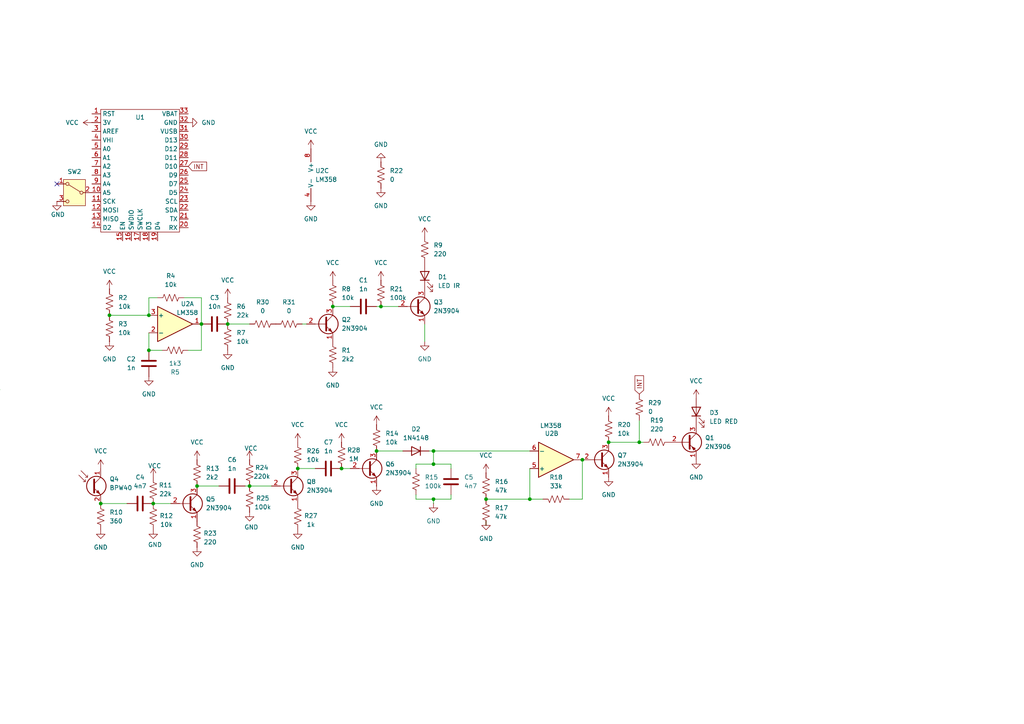
<source format=kicad_sch>
(kicad_sch (version 20250114) (generator "eeschema") (generator_version "9.0")
  (paper "A4")
  (lib_symbols
    (symbol "Amplifier_Operational:LM358" (pin_names (offset 0.127))
      (property "Reference" "U" (at 0 5.08 0))
      (property "Value" "LM358" (at 0 -5.08 0))
      (symbol "LM358_1_1"
        (polyline (pts (xy -5.08 5.08) (xy 5.08 0) (xy -5.08 -5.08) (xy -5.08 5.08)) (stroke (width 0.254)) (fill (type background)))
        (pin input line (at -7.62 2.54 0) (length 2.54) (name "+") (number "3"))
        (pin input line (at -7.62 -2.54 0) (length 2.54) (name "-") (number "2"))
        (pin output line (at 7.62 0 180) (length 2.54) (name "~") (number "1"))
      )
      (symbol "LM358_2_1"
        (polyline (pts (xy -5.08 5.08) (xy 5.08 0) (xy -5.08 -5.08) (xy -5.08 5.08)) (stroke (width 0.254)) (fill (type background)))
        (pin input line (at -7.62 2.54 0) (length 2.54) (name "+") (number "5"))
        (pin input line (at -7.62 -2.54 0) (length 2.54) (name "-") (number "6"))
        (pin output line (at 7.62 0 180) (length 2.54) (name "~") (number "7"))
      )
      (symbol "LM358_3_1"
        (pin power_in line (at -2.54 7.62 270) (length 3.81) (name "V+") (number "8"))
        (pin power_in line (at -2.54 -7.62 90) (length 3.81) (name "V-") (number "4"))
      )
    )
    (symbol "Device:C" (pin_numbers (hide yes)) (pin_names (offset 0.254))
      (property "Reference" "C" (at 0.635 2.54 0))
      (property "Value" "C" (at 0.635 -2.54 0))
      (symbol "C_0_1"
        (polyline (pts (xy -2.032 0.762) (xy 2.032 0.762)) (stroke (width 0.508)))
        (polyline (pts (xy -2.032 -0.762) (xy 2.032 -0.762)) (stroke (width 0.508)))
      )
      (symbol "C_1_1"
        (pin passive line (at 0 3.81 270) (length 2.794) (name "~") (number "1"))
        (pin passive line (at 0 -3.81 90) (length 2.794) (name "~") (number "2"))
      )
    )
    (symbol "Device:LED" (pin_numbers (hide yes)) (pin_names (offset 1.016) (hide yes))
      (property "Reference" "D" (at 0 2.54 0))
      (property "Value" "LED" (at 0 -2.54 0))
      (symbol "LED_0_1"
        (polyline (pts (xy -3.048 -0.762) (xy -4.572 -2.286) (xy -3.81 -2.286) (xy -4.572 -2.286) (xy -4.572 -1.524)))
        (polyline (pts (xy -1.778 -0.762) (xy -3.302 -2.286) (xy -2.54 -2.286) (xy -3.302 -2.286) (xy -3.302 -1.524)))
        (polyline (pts (xy -1.27 0) (xy 1.27 0)))
        (polyline (pts (xy -1.27 -1.27) (xy -1.27 1.27)) (stroke (width 0.254)))
        (polyline (pts (xy 1.27 -1.27) (xy 1.27 1.27) (xy -1.27 0) (xy 1.27 -1.27)) (stroke (width 0.254)))
      )
      (symbol "LED_1_1"
        (pin passive line (at -3.81 0 0) (length 2.54) (name "K") (number "1"))
        (pin passive line (at 3.81 0 180) (length 2.54) (name "A") (number "2"))
      )
    )
    (symbol "Device:R_US" (pin_numbers (hide yes)) (pin_names (offset 0))
      (property "Reference" "R" (at 2.54 0 90))
      (property "Value" "R_US" (at -2.54 0 90))
      (symbol "R_US_0_1"
        (polyline (pts (xy 0 2.286) (xy 0 2.54)))
        (polyline (pts (xy 0 2.286) (xy 1.016 1.905) (xy 0 1.524) (xy -1.016 1.143) (xy 0 0.762)))
        (polyline (pts (xy 0 0.762) (xy 1.016 0.381) (xy 0 0) (xy -1.016 -0.381) (xy 0 -0.762)))
        (polyline (pts (xy 0 -0.762) (xy 1.016 -1.143) (xy 0 -1.524) (xy -1.016 -1.905) (xy 0 -2.286)))
        (polyline (pts (xy 0 -2.286) (xy 0 -2.54)))
      )
      (symbol "R_US_1_1"
        (pin passive line (at 0 3.81 270) (length 1.27) (name "~") (number "1"))
        (pin passive line (at 0 -3.81 90) (length 1.27) (name "~") (number "2"))
      )
    )
    (symbol "Diode:1N4148" (pin_numbers (hide yes)) (pin_names (hide yes))
      (property "Reference" "D" (at 0 2.54 0))
      (property "Value" "1N4148" (at 0 -2.54 0))
      (symbol "1N4148_0_1"
        (polyline (pts (xy -1.27 1.27) (xy -1.27 -1.27)) (stroke (width 0.254)))
        (polyline (pts (xy 1.27 1.27) (xy 1.27 -1.27) (xy -1.27 0) (xy 1.27 1.27)) (stroke (width 0.254)))
        (polyline (pts (xy 1.27 0) (xy -1.27 0)))
      )
      (symbol "1N4148_1_1"
        (pin passive line (at -3.81 0 0) (length 2.54) (name "K") (number "1"))
        (pin passive line (at 3.81 0 180) (length 2.54) (name "A") (number "2"))
      )
    )
    (symbol "Sensor_Optical:BPW40" (pin_names (offset 0) (hide yes))
      (property "Reference" "Q" (at 5.08 1.27 0))
      (property "Value" "BPW40" (at 5.08 -1.27 0))
      (symbol "BPW40_0_1"
        (polyline (pts (xy -3.81 3.175) (xy -1.905 1.27) (xy -1.905 1.905)))
        (polyline (pts (xy -3.175 4.445) (xy -1.27 2.54) (xy -1.27 3.175)))
        (polyline (pts (xy -1.905 1.27) (xy -2.54 1.27)))
        (polyline (pts (xy -1.27 2.54) (xy -1.905 2.54)))
        (polyline (pts (xy 0.635 1.905) (xy 0.635 -1.905)) (stroke (width 0.508)))
        (polyline (pts (xy 0.635 0.635) (xy 2.54 2.54)))
        (polyline (pts (xy 0.635 -0.635) (xy 2.54 -2.54)))
        (circle (center 1.27 0) (radius 2.8194) (stroke (width 0.254)))
        (polyline (pts (xy 1.27 -1.778) (xy 1.778 -1.27) (xy 2.286 -2.286) (xy 1.27 -1.778)) (fill (type outline)))
      )
      (symbol "BPW40_1_1"
        (pin passive line (at 2.54 5.08 270) (length 2.54) (name "C") (number "1"))
        (pin passive line (at 2.54 -5.08 90) (length 2.54) (name "E") (number "2"))
      )
    )
    (symbol "Switch:SW_SPDT" (pin_names (offset 0) (hide yes))
      (property "Reference" "SW" (at 0 5.08 0))
      (property "Value" "SW_SPDT" (at 0 -5.08 0))
      (symbol "SW_SPDT_0_1"
        (circle (center -2.032 0) (radius 0.4572))
        (polyline (pts (xy -1.651 0.254) (xy 1.651 2.286)))
        (circle (center 2.032 2.54) (radius 0.4572))
        (circle (center 2.032 -2.54) (radius 0.4572))
      )
      (symbol "SW_SPDT_1_1"
        (rectangle (start -3.175 3.81) (end 3.175 -3.81) (fill (type background)))
        (pin passive line (at -5.08 0 0) (length 2.54) (name "B") (number "2"))
        (pin passive line (at 5.08 2.54 180) (length 2.54) (name "A") (number "1"))
        (pin passive line (at 5.08 -2.54 180) (length 2.54) (name "C") (number "3"))
      )
    )
    (symbol "Transistor_BJT:2N3904" (pin_names (offset 0) (hide yes))
      (property "Reference" "Q" (at 5.08 1.905 0))
      (property "Value" "2N3904" (at 5.08 0 0))
      (symbol "2N3904_0_1"
        (polyline (pts (xy -2.54 0) (xy 0.635 0)))
        (polyline (pts (xy 0.635 1.905) (xy 0.635 -1.905)) (stroke (width 0.508)))
        (circle (center 1.27 0) (radius 2.8194) (stroke (width 0.254)))
      )
      (symbol "2N3904_1_1"
        (polyline (pts (xy 0.635 0.635) (xy 2.54 2.54)))
        (polyline (pts (xy 0.635 -0.635) (xy 2.54 -2.54)))
        (polyline (pts (xy 1.27 -1.778) (xy 1.778 -1.27) (xy 2.286 -2.286) (xy 1.27 -1.778)) (fill (type outline)))
        (pin input line (at -5.08 0 0) (length 2.54) (name "B") (number "2"))
        (pin passive line (at 2.54 5.08 270) (length 2.54) (name "C") (number "3"))
        (pin passive line (at 2.54 -5.08 90) (length 2.54) (name "E") (number "1"))
      )
    )
    (symbol "Transistor_BJT:2N3906" (pin_names (offset 0) (hide yes))
      (property "Reference" "Q" (at 5.08 1.905 0))
      (property "Value" "2N3906" (at 5.08 0 0))
      (symbol "2N3906_0_1"
        (polyline (pts (xy -2.54 0) (xy 0.635 0)))
        (polyline (pts (xy 0.635 1.905) (xy 0.635 -1.905)) (stroke (width 0.508)))
        (polyline (pts (xy 0.635 0.635) (xy 2.54 2.54)))
        (polyline (pts (xy 0.635 -0.635) (xy 2.54 -2.54)))
        (circle (center 1.27 0) (radius 2.8194) (stroke (width 0.254)))
        (polyline (pts (xy 2.286 -1.778) (xy 1.778 -2.286) (xy 1.27 -1.27) (xy 2.286 -1.778)) (fill (type outline)))
      )
      (symbol "2N3906_1_1"
        (pin input line (at -5.08 0 0) (length 2.54) (name "B") (number "2"))
        (pin passive line (at 2.54 5.08 270) (length 2.54) (name "C") (number "3"))
        (pin passive line (at 2.54 -5.08 90) (length 2.54) (name "E") (number "1"))
      )
    )
    (symbol "User:AdafruitItsyBitsyM0"
      (property "Reference" "U" (at 0 0 0))
      (symbol "AdafruitItsyBitsyM0_0_1"
        (rectangle (start -11.43 16.51) (end 11.43 -19.05))
      )
      (symbol "AdafruitItsyBitsyM0_1_1"
        (pin input line (at -13.97 15.24 0) (length 2.54) (name "RST") (number "1"))
        (pin input line (at -13.97 12.7 0) (length 2.54) (name "3V") (number "2"))
        (pin input line (at -13.97 10.16 0) (length 2.54) (name "AREF") (number "3"))
        (pin input line (at -13.97 7.62 0) (length 2.54) (name "VHI") (number "4"))
        (pin input line (at -13.97 5.08 0) (length 2.54) (name "A0") (number "5"))
        (pin input line (at -13.97 2.54 0) (length 2.54) (name "A1") (number "6"))
        (pin input line (at -13.97 0 0) (length 2.54) (name "A2") (number "7"))
        (pin input line (at -13.97 -2.54 0) (length 2.54) (name "A3") (number "8"))
        (pin input line (at -13.97 -5.08 0) (length 2.54) (name "A4") (number "9"))
        (pin input line (at -13.97 -7.62 0) (length 2.54) (name "A5") (number "10"))
        (pin input line (at -13.97 -10.16 0) (length 2.54) (name "SCK") (number "11"))
        (pin input line (at -13.97 -12.7 0) (length 2.54) (name "MOSI") (number "12"))
        (pin input line (at -13.97 -15.24 0) (length 2.54) (name "MISO") (number "13"))
        (pin input line (at -13.97 -17.78 0) (length 2.54) (name "D2") (number "14"))
        (pin input line (at -5.08 -21.59 90) (length 2.54) (name "EN") (number "15"))
        (pin input line (at -2.54 -21.59 90) (length 2.54) (name "SWDIO") (number "16"))
        (pin input line (at 0 -21.59 90) (length 2.54) (name "SWCLK") (number "17"))
        (pin input line (at 2.54 -21.59 90) (length 2.54) (name "D3") (number "18"))
        (pin input line (at 5.08 -21.59 90) (length 2.54) (name "D4") (number "19"))
        (pin input line (at 13.97 15.24 180) (length 2.54) (name "VBAT") (number "33"))
        (pin input line (at 13.97 12.7 180) (length 2.54) (name "GND") (number "32"))
        (pin input line (at 13.97 10.16 180) (length 2.54) (name "VUSB") (number "31"))
        (pin input line (at 13.97 7.62 180) (length 2.54) (name "D13") (number "30"))
        (pin input line (at 13.97 5.08 180) (length 2.54) (name "D12") (number "29"))
        (pin input line (at 13.97 2.54 180) (length 2.54) (name "D11") (number "28"))
        (pin input line (at 13.97 0 180) (length 2.54) (name "D10") (number "27"))
        (pin input line (at 13.97 -2.54 180) (length 2.54) (name "D9") (number "26"))
        (pin input line (at 13.97 -5.08 180) (length 2.54) (name "D7") (number "25"))
        (pin input line (at 13.97 -7.62 180) (length 2.54) (name "D5") (number "24"))
        (pin input line (at 13.97 -10.16 180) (length 2.54) (name "SCL") (number "23"))
        (pin input line (at 13.97 -12.7 180) (length 2.54) (name "SDA") (number "22"))
        (pin input line (at 13.97 -15.24 180) (length 2.54) (name "TX") (number "21"))
        (pin input line (at 13.97 -17.78 180) (length 2.54) (name "RX") (number "20"))
      )
    )
    (symbol "power:GND" (power) (pin_numbers (hide yes)) (pin_names (offset 0) (hide yes))
      (property "Value" "GND" (at 0 -3.81 0))
      (symbol "GND_0_1"
        (polyline (pts (xy 0 0) (xy 0 -1.27) (xy 1.27 -1.27) (xy 0 -2.54) (xy -1.27 -1.27) (xy 0 -1.27)))
      )
      (symbol "GND_1_1"
        (pin power_in line (at 0 0 270) (length 0) (name "~") (number "1"))
      )
    )
    (symbol "power:VCC" (power) (pin_numbers (hide yes)) (pin_names (offset 0) (hide yes))
      (property "Value" "VCC" (at 0 3.556 0))
      (symbol "VCC_0_1"
        (polyline (pts (xy -0.762 1.27) (xy 0 2.54)))
        (polyline (pts (xy 0 2.54) (xy 0.762 1.27)))
        (polyline (pts (xy 0 0) (xy 0 2.54)))
      )
      (symbol "VCC_1_1"
        (pin power_in line (at 0 0 90) (length 0) (name "~") (number "1"))
      )
    )
  )
  (junction (at 109.22 130.81))
  (junction (at 31.75 91.44))
  (junction (at 185.42 128.27))
  (junction (at 29.21 146.05))
  (junction (at 43.18 101.6))
  (junction (at 43.18 91.44))
  (junction (at 110.49 88.9))
  (junction (at 58.42 93.98))
  (junction (at 176.53 128.27))
  (junction (at 99.06 135.89))
  (junction (at 125.73 134.62))
  (junction (at 72.39 140.97))
  (junction (at 57.15 140.97))
  (junction (at 125.73 130.81))
  (junction (at 153.67 144.78))
  (junction (at 168.91 133.35))
  (junction (at 125.73 144.78))
  (junction (at 86.36 135.89))
  (junction (at 96.52 88.9))
  (junction (at 44.45 146.05))
  (junction (at 140.97 144.78))
  (junction (at 66.04 93.98))
  (no_connect (at 16.51 53.34))
  (bus_entry (at -2.54 110.49) (size 2.54 2.54))
  (wire (pts (xy 43.18 96.52) (xy 43.18 101.6)))
  (wire (pts (xy 176.53 128.27) (xy 185.42 128.27)))
  (wire (pts (xy 87.63 93.98) (xy 88.9 93.98)))
  (wire (pts (xy 185.42 121.92) (xy 185.42 128.27)))
  (wire (pts (xy 120.65 144.78) (xy 125.73 144.78)))
  (wire (pts (xy 36.83 146.05) (xy 29.21 146.05)))
  (wire (pts (xy 153.67 135.89) (xy 153.67 144.78)))
  (wire (pts (xy 99.06 135.89) (xy 101.6 135.89)))
  (wire (pts (xy 110.49 88.9) (xy 115.57 88.9)))
  (wire (pts (xy 91.44 135.89) (xy 86.36 135.89)))
  (wire (pts (xy 120.65 134.62) (xy 125.73 134.62)))
  (wire (pts (xy 168.91 133.35) (xy 168.91 144.78)))
  (wire (pts (xy 120.65 135.89) (xy 120.65 134.62)))
  (wire (pts (xy 153.67 144.78) (xy 157.48 144.78)))
  (wire (pts (xy 71.12 140.97) (xy 72.39 140.97)))
  (wire (pts (xy 66.04 93.98) (xy 72.39 93.98)))
  (wire (pts (xy 45.72 86.36) (xy 43.18 86.36)))
  (wire (pts (xy 120.65 143.51) (xy 120.65 144.78)))
  (wire (pts (xy 57.15 140.97) (xy 63.5 140.97)))
  (wire (pts (xy 58.42 86.36) (xy 58.42 93.98)))
  (wire (pts (xy 125.73 144.78) (xy 130.81 144.78)))
  (wire (pts (xy 72.39 140.97) (xy 78.74 140.97)))
  (wire (pts (xy 58.42 101.6) (xy 58.42 93.98)))
  (wire (pts (xy 130.81 135.89) (xy 130.81 134.62)))
  (wire (pts (xy 130.81 144.78) (xy 130.81 143.51)))
  (wire (pts (xy 109.22 88.9) (xy 110.49 88.9)))
  (wire (pts (xy 31.75 91.44) (xy 43.18 91.44)))
  (wire (pts (xy 43.18 86.36) (xy 43.18 91.44)))
  (wire (pts (xy 54.61 101.6) (xy 58.42 101.6)))
  (wire (pts (xy 140.97 152.4) (xy 140.97 151.13)))
  (wire (pts (xy 96.52 88.9) (xy 101.6 88.9)))
  (wire (pts (xy 43.18 101.6) (xy 46.99 101.6)))
  (wire (pts (xy 130.81 134.62) (xy 125.73 134.62)))
  (wire (pts (xy 123.19 99.06) (xy 123.19 93.98)))
  (wire (pts (xy 44.45 146.05) (xy 49.53 146.05)))
  (wire (pts (xy 125.73 146.05) (xy 125.73 144.78)))
  (wire (pts (xy 125.73 134.62) (xy 125.73 130.81)))
  (wire (pts (xy 124.46 130.81) (xy 125.73 130.81)))
  (wire (pts (xy 116.84 130.81) (xy 109.22 130.81)))
  (wire (pts (xy 53.34 86.36) (xy 58.42 86.36)))
  (wire (pts (xy 153.67 130.81) (xy 125.73 130.81)))
  (wire (pts (xy 168.91 144.78) (xy 165.1 144.78)))
  (wire (pts (xy 140.97 144.78) (xy 153.67 144.78)))
  (wire (pts (xy 185.42 128.27) (xy 186.69 128.27)))
  (global_label "INT" (shape input) (at 185.42 114.3 90) (property "Intersheetrefs" "${INTERSHEET_REFS}" (effects (hide yes))))
  (global_label "INT" (shape input) (at 54.61 48.26 0) (property "Intersheetrefs" "${INTERSHEET_REFS}" (effects (hide yes))))
  (symbol (lib_id "power:GND") (at 54.61 35.56 90) (unit 1)
    (property "Reference" "#PWR01" (effects (hide yes)))
    (property "Value" "GND" (at 58.42 35.5599 90) (effects (justify right)))
    (property "Description" "Power symbol creates a global label with name \"GND\" , ground" (effects (hide yes)))
  )
  (symbol (lib_id "power:VCC") (at 90.17 43.18 0) (unit 1)
    (property "Reference" "#PWR05" (effects (hide yes)))
    (property "Value" "VCC" (at 90.17 38.1 0))
    (property "Description" "Power symbol creates a global label with name \"VCC\"" (effects (hide yes)))
  )
  (symbol (lib_id "Device:R_US") (at 72.39 144.78 180) (unit 1)
    (property "Reference" "R25" (at 76.2 144.526 0))
    (property "Value" "100k" (at 76.2 147.066 0))
    (property "Footprint" "Resistor_THT:R_Axial_DIN0207_L6.3mm_D2.5mm_P2.54mm_Vertical" (effects (hide yes)))
    (property "Description" "Resistor, US symbol" (effects (hide yes)))
  )
  (symbol (lib_id "Device:C") (at 43.18 105.41 0) (unit 1)
    (property "Reference" "C2" (at 39.37 104.1399 0) (effects (justify right)))
    (property "Value" "1n" (at 39.37 106.6799 0) (effects (justify right)))
    (property "Footprint" "Capacitor_THT:C_Rect_L7.2mm_W2.5mm_P5.00mm_FKS2_FKP2_MKS2_MKP2" (effects (hide yes)))
    (property "Description" "Unpolarized capacitor" (effects (hide yes)))
  )
  (symbol (lib_id "Transistor_BJT:2N3904") (at 106.68 135.89 0) (unit 1)
    (property "Reference" "Q6" (at 111.76 134.6199 0) (effects (justify left)))
    (property "Value" "2N3904" (at 111.76 137.1599 0) (effects (justify left)))
    (property "Footprint" "Package_TO_SOT_THT:TO-92_Inline_Wide" (effects (hide yes)))
    (property "Datasheet" "https://www.onsemi.com/pub/Collateral/2N3903-D.PDF" (effects (hide yes)))
    (property "Description" "0.2A Ic, 40V Vce, Small Signal NPN Transistor, TO-92" (effects (hide yes)))
  )
  (symbol (lib_id "Device:C") (at 95.25 135.89 90) (unit 1)
    (property "Reference" "C7" (at 95.25 128.27 90))
    (property "Value" "1n" (at 95.25 130.81 90))
    (property "Footprint" "Capacitor_THT:C_Rect_L7.2mm_W2.5mm_P5.00mm_FKS2_FKP2_MKS2_MKP2" (effects (hide yes)))
    (property "Description" "Unpolarized capacitor" (effects (hide yes)))
  )
  (symbol (lib_id "Device:R_US") (at 140.97 148.59 0) (unit 1)
    (property "Reference" "R17" (at 143.51 147.3199 0) (effects (justify left)))
    (property "Value" "47k" (at 143.51 149.8599 0) (effects (justify left)))
    (property "Footprint" "Resistor_THT:R_Axial_DIN0207_L6.3mm_D2.5mm_P5.08mm_Vertical" (effects (hide yes)))
    (property "Description" "Resistor, US symbol" (effects (hide yes)))
  )
  (symbol (lib_id "power:VCC") (at 29.21 135.89 0) (unit 1)
    (property "Reference" "#PWR016" (effects (hide yes)))
    (property "Value" "VCC" (at 29.21 130.81 0))
    (property "Description" "Power symbol creates a global label with name \"VCC\"" (effects (hide yes)))
  )
  (symbol (lib_id "Device:R_US") (at 176.53 124.46 0) (unit 1)
    (property "Reference" "R20" (at 179.07 123.1899 0) (effects (justify left)))
    (property "Value" "10k" (at 179.07 125.7299 0) (effects (justify left)))
    (property "Footprint" "Resistor_THT:R_Axial_DIN0207_L6.3mm_D2.5mm_P10.16mm_Horizontal" (effects (hide yes)))
    (property "Description" "Resistor, US symbol" (effects (hide yes)))
  )
  (symbol (lib_id "power:GND") (at 29.21 153.67 0) (unit 1)
    (property "Reference" "#PWR017" (effects (hide yes)))
    (property "Value" "GND" (at 29.21 158.75 0))
    (property "Description" "Power symbol creates a global label with name \"GND\" , ground" (effects (hide yes)))
  )
  (symbol (lib_id "Device:R_US") (at 109.22 127 0) (unit 1)
    (property "Reference" "R14" (at 111.76 125.7299 0) (effects (justify left)))
    (property "Value" "10k" (at 111.76 128.2699 0) (effects (justify left)))
    (property "Footprint" "Resistor_THT:R_Axial_DIN0207_L6.3mm_D2.5mm_P2.54mm_Vertical" (effects (hide yes)))
    (property "Description" "Resistor, US symbol" (effects (hide yes)))
  )
  (symbol (lib_id "Device:R_US") (at 110.49 50.8 0) (unit 1)
    (property "Reference" "R22" (at 113.03 49.5299 0) (effects (justify left)))
    (property "Value" "0" (at 113.03 52.0699 0) (effects (justify left)))
    (property "Footprint" "Resistor_THT:R_Axial_DIN0207_L6.3mm_D2.5mm_P10.16mm_Horizontal" (effects (hide yes)))
    (property "Description" "Resistor, US symbol" (effects (hide yes)))
  )
  (symbol (lib_id "Device:R_US") (at 123.19 72.39 0) (unit 1)
    (property "Reference" "R9" (at 125.73 71.1199 0) (effects (justify left)))
    (property "Value" "220" (at 125.73 73.6599 0) (effects (justify left)))
    (property "Footprint" "Resistor_THT:R_Axial_DIN0207_L6.3mm_D2.5mm_P10.16mm_Horizontal" (effects (hide yes)))
    (property "Description" "Resistor, US symbol" (effects (hide yes)))
  )
  (symbol (lib_id "Device:LED") (at 123.19 80.01 90) (unit 1)
    (property "Reference" "D1" (at 127 80.3274 90) (effects (justify right)))
    (property "Value" "LED IR" (at 127 82.8674 90) (effects (justify right)))
    (property "Footprint" "LED_THT:LED_D5.0mm_Horizontal_O3.81mm_Z3.0mm" (effects (hide yes)))
    (property "Description" "Light emitting diode" (effects (hide yes)))
    (property "Sim.Pins" "1=K 2=A" (effects (hide yes)))
  )
  (symbol (lib_id "power:GND") (at 110.49 46.99 180) (unit 1)
    (property "Reference" "#PWR037" (effects (hide yes)))
    (property "Value" "GND" (at 110.49 41.91 0))
    (property "Description" "Power symbol creates a global label with name \"GND\" , ground" (effects (hide yes)))
  )
  (symbol (lib_id "Device:R_US") (at 57.15 137.16 0) (unit 1)
    (property "Reference" "R13" (at 59.69 135.8899 0) (effects (justify left)))
    (property "Value" "2k2" (at 59.69 138.4299 0) (effects (justify left)))
    (property "Footprint" "Resistor_THT:R_Axial_DIN0207_L6.3mm_D2.5mm_P2.54mm_Vertical" (effects (hide yes)))
    (property "Description" "Resistor, US symbol" (effects (hide yes)))
  )
  (symbol (lib_id "Device:C") (at 62.23 93.98 90) (unit 1)
    (property "Reference" "C3" (at 62.23 86.36 90))
    (property "Value" "10n" (at 62.23 88.9 90))
    (property "Footprint" "Capacitor_THT:C_Rect_L7.2mm_W2.5mm_P5.00mm_FKS2_FKP2_MKS2_MKP2" (effects (hide yes)))
    (property "Description" "Unpolarized capacitor" (effects (hide yes)))
  )
  (symbol (lib_id "Transistor_BJT:2N3904") (at 93.98 93.98 0) (unit 1)
    (property "Reference" "Q2" (at 99.06 92.7099 0) (effects (justify left)))
    (property "Value" "2N3904" (at 99.06 95.2499 0) (effects (justify left)))
    (property "Footprint" "Package_TO_SOT_THT:TO-92_Inline_Wide" (effects (hide yes)))
    (property "Datasheet" "https://www.onsemi.com/pub/Collateral/2N3903-D.PDF" (effects (hide yes)))
    (property "Description" "0.2A Ic, 40V Vce, Small Signal NPN Transistor, TO-92" (effects (hide yes)))
  )
  (symbol (lib_id "Device:R_US") (at 140.97 140.97 180) (unit 1)
    (property "Reference" "R16" (at 143.51 139.6999 0) (effects (justify right)))
    (property "Value" "47k" (at 143.51 142.2399 0) (effects (justify right)))
    (property "Footprint" "Resistor_THT:R_Axial_DIN0207_L6.3mm_D2.5mm_P5.08mm_Vertical" (effects (hide yes)))
    (property "Description" "Resistor, US symbol" (effects (hide yes)))
  )
  (symbol (lib_id "power:GND") (at 31.75 99.06 0) (unit 1)
    (property "Reference" "#PWR08" (effects (hide yes)))
    (property "Value" "GND" (at 31.75 104.14 0))
    (property "Description" "Power symbol creates a global label with name \"GND\" , ground" (effects (hide yes)))
  )
  (symbol (lib_id "power:VCC") (at 140.97 137.16 0) (unit 1)
    (property "Reference" "#PWR025" (effects (hide yes)))
    (property "Value" "VCC" (at 140.97 132.08 0))
    (property "Description" "Power symbol creates a global label with name \"VCC\"" (effects (hide yes)))
  )
  (symbol (lib_id "Device:R_US") (at 66.04 90.17 0) (unit 1)
    (property "Reference" "R6" (at 68.58 88.8999 0) (effects (justify left)))
    (property "Value" "22k" (at 68.58 91.4399 0) (effects (justify left)))
    (property "Footprint" "Resistor_THT:R_Axial_DIN0207_L6.3mm_D2.5mm_P10.16mm_Horizontal" (effects (hide yes)))
    (property "Description" "Resistor, US symbol" (effects (hide yes)))
  )
  (symbol (lib_id "power:GND") (at 44.45 153.67 0) (unit 1)
    (property "Reference" "#PWR019" (effects (hide yes)))
    (property "Value" "GND" (at 44.958 157.988 0))
    (property "Description" "Power symbol creates a global label with name \"GND\" , ground" (effects (hide yes)))
  )
  (symbol (lib_id "power:GND") (at 125.73 146.05 0) (unit 1)
    (property "Reference" "#PWR024" (effects (hide yes)))
    (property "Value" "GND" (at 125.73 151.13 0))
    (property "Description" "Power symbol creates a global label with name \"GND\" , ground" (effects (hide yes)))
  )
  (symbol (lib_id "Device:R_US") (at 190.5 128.27 90) (unit 1)
    (property "Reference" "R19" (at 190.5 121.92 90))
    (property "Value" "220" (at 190.5 124.46 90))
    (property "Footprint" "Resistor_THT:R_Axial_DIN0207_L6.3mm_D2.5mm_P7.62mm_Horizontal" (effects (hide yes)))
    (property "Description" "Resistor, US symbol" (effects (hide yes)))
  )
  (symbol (lib_id "power:GND") (at 43.18 109.22 0) (unit 1)
    (property "Reference" "#PWR09" (effects (hide yes)))
    (property "Value" "GND" (at 43.18 114.3 0))
    (property "Description" "Power symbol creates a global label with name \"GND\" , ground" (effects (hide yes)))
  )
  (symbol (lib_id "power:VCC") (at 123.19 68.58 0) (unit 1)
    (property "Reference" "#PWR015" (effects (hide yes)))
    (property "Value" "VCC" (at 123.19 63.5 0))
    (property "Description" "Power symbol creates a global label with name \"VCC\"" (effects (hide yes)))
  )
  (symbol (lib_id "Amplifier_Operational:LM358") (at 161.29 133.35 0) (mirror x) (unit 2)
    (property "Reference" "U2" (at 160.02 125.73 0))
    (property "Value" "LM358" (at 159.766 123.444 0))
    (property "Footprint" "Package_DIP:DIP-8_W7.62mm_Socket_LongPads" (effects (hide yes)))
    (property "Datasheet" "http://www.ti.com/lit/ds/symlink/lm2904-n.pdf" (effects (hide yes)))
    (property "Description" "Low-Power, Dual Operational Amplifiers, DIP-8/SOIC-8/TO-99-8" (effects (hide yes)))
  )
  (symbol (lib_id "power:VCC") (at 26.67 35.56 90) (unit 1)
    (property "Reference" "#PWR02" (effects (hide yes)))
    (property "Value" "VCC" (at 22.86 35.5599 90) (effects (justify left)))
    (property "Description" "Power symbol creates a global label with name \"VCC\"" (effects (hide yes)))
  )
  (symbol (lib_id "Device:R_US") (at 31.75 87.63 0) (unit 1)
    (property "Reference" "R2" (at 34.29 86.3599 0) (effects (justify left)))
    (property "Value" "10k" (at 34.29 88.8999 0) (effects (justify left)))
    (property "Footprint" "Resistor_THT:R_Axial_DIN0207_L6.3mm_D2.5mm_P10.16mm_Horizontal" (effects (hide yes)))
    (property "Description" "Resistor, US symbol" (effects (hide yes)))
  )
  (symbol (lib_id "power:GND") (at 16.51 58.42 0) (unit 1)
    (property "Reference" "#PWR04" (effects (hide yes)))
    (property "Value" "GND" (at 14.732 62.23 0) (effects (justify left)))
    (property "Description" "Power symbol creates a global label with name \"GND\" , ground" (effects (hide yes)))
  )
  (symbol (lib_id "power:GND") (at 90.17 58.42 0) (unit 1)
    (property "Reference" "#PWR06" (effects (hide yes)))
    (property "Value" "GND" (at 90.17 63.5 0))
    (property "Description" "Power symbol creates a global label with name \"GND\" , ground" (effects (hide yes)))
  )
  (symbol (lib_id "Device:R_US") (at 57.15 154.94 180) (unit 1)
    (property "Reference" "R23" (at 60.96 154.686 0))
    (property "Value" "220" (at 60.96 157.226 0))
    (property "Footprint" "Resistor_THT:R_Axial_DIN0207_L6.3mm_D2.5mm_P2.54mm_Vertical" (effects (hide yes)))
    (property "Description" "Resistor, US symbol" (effects (hide yes)))
  )
  (symbol (lib_id "Device:R_US") (at 83.82 93.98 90) (unit 1)
    (property "Reference" "R31" (at 83.82 87.63 90))
    (property "Value" "0" (at 83.82 90.17 90))
    (property "Footprint" "Resistor_THT:R_Axial_DIN0207_L6.3mm_D2.5mm_P10.16mm_Horizontal" (effects (hide yes)))
    (property "Description" "Resistor, US symbol" (effects (hide yes)))
  )
  (symbol (lib_id "Device:R_US") (at 161.29 144.78 90) (mirror x) (unit 1)
    (property "Reference" "R18" (at 161.29 138.43 90))
    (property "Value" "33k" (at 161.29 140.97 90))
    (property "Footprint" "Resistor_THT:R_Axial_DIN0207_L6.3mm_D2.5mm_P5.08mm_Vertical" (effects (hide yes)))
    (property "Description" "Resistor, US symbol" (effects (hide yes)))
  )
  (symbol (lib_id "Device:R_US") (at 110.49 85.09 0) (unit 1)
    (property "Reference" "R21" (at 113.03 83.8199 0) (effects (justify left)))
    (property "Value" "100k" (at 113.03 86.3599 0) (effects (justify left)))
    (property "Footprint" "Resistor_THT:R_Axial_DIN0207_L6.3mm_D2.5mm_P7.62mm_Horizontal" (effects (hide yes)))
    (property "Description" "Resistor, US symbol" (effects (hide yes)))
  )
  (symbol (lib_id "power:GND") (at 201.93 133.35 0) (unit 1)
    (property "Reference" "#PWR028" (effects (hide yes)))
    (property "Value" "GND" (at 201.93 138.43 0))
    (property "Description" "Power symbol creates a global label with name \"GND\" , ground" (effects (hide yes)))
  )
  (symbol (lib_id "Transistor_BJT:2N3904") (at 173.99 133.35 0) (unit 1)
    (property "Reference" "Q7" (at 179.07 132.0799 0) (effects (justify left)))
    (property "Value" "2N3904" (at 179.07 134.6199 0) (effects (justify left)))
    (property "Footprint" "Package_TO_SOT_THT:TO-92_Inline_Wide" (effects (hide yes)))
    (property "Datasheet" "https://www.onsemi.com/pub/Collateral/2N3903-D.PDF" (effects (hide yes)))
    (property "Description" "0.2A Ic, 40V Vce, Small Signal NPN Transistor, TO-92" (effects (hide yes)))
  )
  (symbol (lib_id "power:VCC") (at 176.53 120.65 0) (unit 1)
    (property "Reference" "#PWR027" (effects (hide yes)))
    (property "Value" "VCC" (at 176.53 115.57 0))
    (property "Description" "Power symbol creates a global label with name \"VCC\"" (effects (hide yes)))
  )
  (symbol (lib_id "power:GND") (at 72.39 148.59 0) (unit 1)
    (property "Reference" "#PWR032" (effects (hide yes)))
    (property "Value" "GND" (at 72.898 152.908 0))
    (property "Description" "Power symbol creates a global label with name \"GND\" , ground" (effects (hide yes)))
  )
  (symbol (lib_id "power:VCC") (at 110.49 81.28 0) (unit 1)
    (property "Reference" "#PWR030" (effects (hide yes)))
    (property "Value" "VCC" (at 110.49 76.2 0))
    (property "Description" "Power symbol creates a global label with name \"VCC\"" (effects (hide yes)))
  )
  (symbol (lib_id "power:VCC") (at 44.45 138.43 0) (unit 1)
    (property "Reference" "#PWR018" (effects (hide yes)))
    (property "Value" "VCC" (at 42.926 135.128 0) (effects (justify left)))
    (property "Description" "Power symbol creates a global label with name \"VCC\"" (effects (hide yes)))
  )
  (symbol (lib_id "power:VCC") (at 72.39 133.35 0) (unit 1)
    (property "Reference" "#PWR031" (effects (hide yes)))
    (property "Value" "VCC" (at 70.866 130.048 0) (effects (justify left)))
    (property "Description" "Power symbol creates a global label with name \"VCC\"" (effects (hide yes)))
  )
  (symbol (lib_id "Device:R_US") (at 86.36 132.08 0) (unit 1)
    (property "Reference" "R26" (at 88.9 130.8099 0) (effects (justify left)))
    (property "Value" "10k" (at 88.9 133.3499 0) (effects (justify left)))
    (property "Footprint" "Resistor_THT:R_Axial_DIN0207_L6.3mm_D2.5mm_P2.54mm_Vertical" (effects (hide yes)))
    (property "Description" "Resistor, US symbol" (effects (hide yes)))
  )
  (symbol (lib_id "power:VCC") (at 57.15 133.35 0) (unit 1)
    (property "Reference" "#PWR020" (effects (hide yes)))
    (property "Value" "VCC" (at 57.15 128.27 0))
    (property "Description" "Power symbol creates a global label with name \"VCC\"" (effects (hide yes)))
  )
  (symbol (lib_id "Device:R_US") (at 99.06 132.08 0) (unit 1)
    (property "Reference" "R28" (at 102.616 130.556 0))
    (property "Value" "1M" (at 102.616 133.096 0))
    (property "Footprint" "Resistor_THT:R_Axial_DIN0207_L6.3mm_D2.5mm_P2.54mm_Vertical" (effects (hide yes)))
    (property "Description" "Resistor, US symbol" (effects (hide yes)))
  )
  (symbol (lib_id "Device:R_US") (at 185.42 118.11 0) (unit 1)
    (property "Reference" "R29" (at 187.96 116.8399 0) (effects (justify left)))
    (property "Value" "0" (at 187.96 119.3799 0) (effects (justify left)))
    (property "Footprint" "Resistor_THT:R_Axial_DIN0207_L6.3mm_D2.5mm_P10.16mm_Horizontal" (effects (hide yes)))
    (property "Description" "Resistor, US symbol" (effects (hide yes)))
  )
  (symbol (lib_id "Transistor_BJT:2N3904") (at 83.82 140.97 0) (unit 1)
    (property "Reference" "Q8" (at 88.9 139.6999 0) (effects (justify left)))
    (property "Value" "2N3904" (at 88.9 142.2399 0) (effects (justify left)))
    (property "Footprint" "Package_TO_SOT_THT:TO-92_Inline_Wide" (effects (hide yes)))
    (property "Datasheet" "https://www.onsemi.com/pub/Collateral/2N3903-D.PDF" (effects (hide yes)))
    (property "Description" "0.2A Ic, 40V Vce, Small Signal NPN Transistor, TO-92" (effects (hide yes)))
  )
  (symbol (lib_id "Device:R_US") (at 31.75 95.25 0) (unit 1)
    (property "Reference" "R3" (at 34.29 93.9799 0) (effects (justify left)))
    (property "Value" "10k" (at 34.29 96.5199 0) (effects (justify left)))
    (property "Footprint" "Resistor_THT:R_Axial_DIN0207_L6.3mm_D2.5mm_P10.16mm_Horizontal" (effects (hide yes)))
    (property "Description" "Resistor, US symbol" (effects (hide yes)))
  )
  (symbol (lib_id "Transistor_BJT:2N3904") (at 54.61 146.05 0) (unit 1)
    (property "Reference" "Q5" (at 59.69 144.7799 0) (effects (justify left)))
    (property "Value" "2N3904" (at 59.69 147.3199 0) (effects (justify left)))
    (property "Footprint" "Package_TO_SOT_THT:TO-92_Inline_Wide" (effects (hide yes)))
    (property "Datasheet" "https://www.onsemi.com/pub/Collateral/2N3903-D.PDF" (effects (hide yes)))
    (property "Description" "0.2A Ic, 40V Vce, Small Signal NPN Transistor, TO-92" (effects (hide yes)))
  )
  (symbol (lib_id "power:VCC") (at 96.52 81.28 0) (unit 1)
    (property "Reference" "#PWR014" (effects (hide yes)))
    (property "Value" "VCC" (at 96.52 76.2 0))
    (property "Description" "Power symbol creates a global label with name \"VCC\"" (effects (hide yes)))
  )
  (symbol (lib_id "Amplifier_Operational:LM358") (at 50.8 93.98 0) (unit 1)
    (property "Reference" "U2" (at 54.356 88.138 0))
    (property "Value" "LM358" (at 54.356 90.678 0))
    (property "Footprint" "Package_DIP:DIP-8_W7.62mm_Socket_LongPads" (effects (hide yes)))
    (property "Datasheet" "http://www.ti.com/lit/ds/symlink/lm2904-n.pdf" (effects (hide yes)))
    (property "Description" "Low-Power, Dual Operational Amplifiers, DIP-8/SOIC-8/TO-99-8" (effects (hide yes)))
  )
  (symbol (lib_id "Device:C") (at 40.64 146.05 90) (unit 1)
    (property "Reference" "C4" (at 40.64 138.43 90))
    (property "Value" "4n7" (at 40.64 140.97 90))
    (property "Footprint" "Capacitor_THT:C_Rect_L7.2mm_W2.5mm_P5.00mm_FKS2_FKP2_MKS2_MKP2" (effects (hide yes)))
    (property "Description" "Unpolarized capacitor" (effects (hide yes)))
  )
  (symbol (lib_id "Transistor_BJT:2N3904") (at 120.65 88.9 0) (unit 1)
    (property "Reference" "Q3" (at 125.73 87.6299 0) (effects (justify left)))
    (property "Value" "2N3904" (at 125.73 90.1699 0) (effects (justify left)))
    (property "Footprint" "Package_TO_SOT_THT:TO-92_Inline_Wide" (effects (hide yes)))
    (property "Datasheet" "https://www.onsemi.com/pub/Collateral/2N3903-D.PDF" (effects (hide yes)))
    (property "Description" "0.2A Ic, 40V Vce, Small Signal NPN Transistor, TO-92" (effects (hide yes)))
  )
  (symbol (lib_id "Transistor_BJT:2N3906") (at 199.39 128.27 0) (unit 1)
    (property "Reference" "Q1" (at 204.47 126.9999 0) (effects (justify left)))
    (property "Value" "2N3906" (at 204.47 129.5399 0) (effects (justify left)))
    (property "Footprint" "Package_TO_SOT_THT:TO-92_Inline_Wide" (effects (hide yes)))
    (property "Datasheet" "https://www.onsemi.com/pub/Collateral/2N3906-D.PDF" (effects (hide yes)))
    (property "Description" "-0.2A Ic, -40V Vce, Small Signal PNP Transistor, TO-92" (effects (hide yes)))
  )
  (symbol (lib_id "Diode:1N4148") (at 120.65 130.81 180) (unit 1)
    (property "Reference" "D2" (at 120.65 124.46 0))
    (property "Value" "1N4148" (at 120.65 127 0))
    (property "Footprint" "Diode_THT:D_DO-35_SOD27_P2.54mm_Vertical_AnodeUp" (effects (hide yes)))
    (property "Datasheet" "https://assets.nexperia.com/documents/data-sheet/1N4148_1N4448.pdf" (effects (hide yes)))
    (property "Description" "100V 0.15A standard switching diode, DO-35" (effects (hide yes)))
    (property "Sim.Device" "D" (effects (hide yes)))
    (property "Sim.Pins" "1=K 2=A" (effects (hide yes)))
  )
  (symbol (lib_id "power:GND") (at 140.97 151.13 0) (unit 1)
    (property "Reference" "#PWR026" (effects (hide yes)))
    (property "Value" "GND" (at 140.97 156.21 0))
    (property "Description" "Power symbol creates a global label with name \"GND\" , ground" (effects (hide yes)))
  )
  (symbol (lib_id "Device:R_US") (at 44.45 142.24 0) (unit 1)
    (property "Reference" "R11" (at 48.006 140.716 0))
    (property "Value" "22k" (at 48.006 143.256 0))
    (property "Footprint" "Resistor_THT:R_Axial_DIN0207_L6.3mm_D2.5mm_P2.54mm_Vertical" (effects (hide yes)))
    (property "Description" "Resistor, US symbol" (effects (hide yes)))
  )
  (symbol (lib_id "Device:C") (at 130.81 139.7 180) (unit 1)
    (property "Reference" "C5" (at 134.62 138.4299 0) (effects (justify right)))
    (property "Value" "4n7" (at 134.62 140.9699 0) (effects (justify right)))
    (property "Footprint" "Capacitor_THT:C_Rect_L7.2mm_W2.5mm_P5.00mm_FKS2_FKP2_MKS2_MKP2" (effects (hide yes)))
    (property "Description" "Unpolarized capacitor" (effects (hide yes)))
  )
  (symbol (lib_id "power:GND") (at 176.53 138.43 0) (unit 1)
    (property "Reference" "#PWR03" (effects (hide yes)))
    (property "Value" "GND" (at 176.53 143.51 0))
    (property "Description" "Power symbol creates a global label with name \"GND\" , ground" (effects (hide yes)))
  )
  (symbol (lib_id "power:GND") (at 123.19 99.06 0) (unit 1)
    (property "Reference" "#PWR013" (effects (hide yes)))
    (property "Value" "GND" (at 123.19 104.14 0))
    (property "Description" "Power symbol creates a global label with name \"GND\" , ground" (effects (hide yes)))
  )
  (symbol (lib_id "Device:R_US") (at 29.21 149.86 0) (unit 1)
    (property "Reference" "R10" (at 31.75 148.5899 0) (effects (justify left)))
    (property "Value" "360" (at 31.75 151.1299 0) (effects (justify left)))
    (property "Footprint" "Resistor_THT:R_Axial_DIN0207_L6.3mm_D2.5mm_P5.08mm_Vertical" (effects (hide yes)))
    (property "Description" "Resistor, US symbol" (effects (hide yes)))
  )
  (symbol (lib_id "Device:R_US") (at 86.36 149.86 180) (unit 1)
    (property "Reference" "R27" (at 90.17 149.606 0))
    (property "Value" "1k" (at 90.17 152.146 0))
    (property "Footprint" "Resistor_THT:R_Axial_DIN0207_L6.3mm_D2.5mm_P2.54mm_Vertical" (effects (hide yes)))
    (property "Description" "Resistor, US symbol" (effects (hide yes)))
  )
  (symbol (lib_id "Device:R_US") (at 96.52 102.87 0) (unit 1)
    (property "Reference" "R1" (at 99.06 101.5999 0) (effects (justify left)))
    (property "Value" "2k2" (at 99.06 104.1399 0) (effects (justify left)))
    (property "Footprint" "Resistor_THT:R_Axial_DIN0207_L6.3mm_D2.5mm_P2.54mm_Vertical" (effects (hide yes)))
    (property "Description" "Resistor, US symbol" (effects (hide yes)))
  )
  (symbol (lib_id "Device:R_US") (at 49.53 86.36 90) (unit 1)
    (property "Reference" "R4" (at 49.53 80.01 90))
    (property "Value" "10k" (at 49.53 82.55 90))
    (property "Footprint" "Resistor_THT:R_Axial_DIN0207_L6.3mm_D2.5mm_P5.08mm_Vertical" (effects (hide yes)))
    (property "Description" "Resistor, US symbol" (effects (hide yes)))
  )
  (symbol (lib_id "Device:R_US") (at 50.8 101.6 90) (unit 1)
    (property "Reference" "R5" (at 50.8 107.95 90))
    (property "Value" "1k3" (at 50.8 105.41 90))
    (property "Footprint" "Resistor_THT:R_Axial_DIN0207_L6.3mm_D2.5mm_P2.54mm_Vertical" (effects (hide yes)))
    (property "Description" "Resistor, US symbol" (effects (hide yes)))
  )
  (symbol (lib_id "power:VCC") (at 109.22 123.19 0) (unit 1)
    (property "Reference" "#PWR023" (effects (hide yes)))
    (property "Value" "VCC" (at 109.22 118.11 0))
    (property "Description" "Power symbol creates a global label with name \"VCC\"" (effects (hide yes)))
  )
  (symbol (lib_id "Device:R_US") (at 96.52 85.09 0) (unit 1)
    (property "Reference" "R8" (at 99.06 83.8199 0) (effects (justify left)))
    (property "Value" "10k" (at 99.06 86.3599 0) (effects (justify left)))
    (property "Footprint" "Resistor_THT:R_Axial_DIN0207_L6.3mm_D2.5mm_P10.16mm_Horizontal" (effects (hide yes)))
    (property "Description" "Resistor, US symbol" (effects (hide yes)))
  )
  (symbol (lib_id "Sensor_Optical:BPW40") (at 26.67 140.97 0) (unit 1)
    (property "Reference" "Q4" (at 31.75 138.9506 0) (effects (justify left)))
    (property "Value" "BPW40" (at 31.75 141.4906 0) (effects (justify left)))
    (property "Footprint" "LED_THT:LED_D3.0mm_Horizontal_O3.81mm_Z2.0mm" (effects (hide yes)))
    (property "Datasheet" "https://www.rcscomponents.kiev.ua/datasheets/bpw40.pdf" (effects (hide yes)))
    (property "Description" "Phototransistor NPN" (effects (hide yes)))
  )
  (symbol (lib_id "power:VCC") (at 201.93 115.57 0) (unit 1)
    (property "Reference" "#PWR029" (effects (hide yes)))
    (property "Value" "VCC" (at 201.93 110.49 0))
    (property "Description" "Power symbol creates a global label with name \"VCC\"" (effects (hide yes)))
  )
  (symbol (lib_id "Device:R_US") (at 66.04 97.79 180) (unit 1)
    (property "Reference" "R7" (at 68.58 96.5199 0) (effects (justify right)))
    (property "Value" "10k" (at 68.58 99.0599 0) (effects (justify right)))
    (property "Footprint" "Resistor_THT:R_Axial_DIN0207_L6.3mm_D2.5mm_P10.16mm_Horizontal" (effects (hide yes)))
    (property "Description" "Resistor, US symbol" (effects (hide yes)))
  )
  (symbol (lib_id "Device:R_US") (at 44.45 149.86 180) (unit 1)
    (property "Reference" "R12" (at 48.26 149.606 0))
    (property "Value" "10k" (at 48.26 152.146 0))
    (property "Footprint" "Resistor_THT:R_Axial_DIN0207_L6.3mm_D2.5mm_P2.54mm_Vertical" (effects (hide yes)))
    (property "Description" "Resistor, US symbol" (effects (hide yes)))
  )
  (symbol (lib_id "Device:C") (at 105.41 88.9 90) (unit 1)
    (property "Reference" "C1" (at 105.41 81.28 90))
    (property "Value" "1n" (at 105.41 83.82 90))
    (property "Footprint" "Capacitor_THT:C_Rect_L7.2mm_W2.5mm_P5.00mm_FKS2_FKP2_MKS2_MKP2" (effects (hide yes)))
    (property "Description" "Unpolarized capacitor" (effects (hide yes)))
  )
  (symbol (lib_id "power:GND") (at 86.36 153.67 0) (unit 1)
    (property "Reference" "#PWR034" (effects (hide yes)))
    (property "Value" "GND" (at 86.36 158.75 0))
    (property "Description" "Power symbol creates a global label with name \"GND\" , ground" (effects (hide yes)))
  )
  (symbol (lib_id "User:AdafruitItsyBitsyM0") (at 40.64 48.26 0) (unit 1)
    (property "Reference" "U1" (at 40.64 34.036 0))
    (property "Footprint" "User:AdafruitItsyBitsyM0" (effects (hide yes)))
  )
  (symbol (lib_id "power:VCC") (at 86.36 128.27 0) (unit 1)
    (property "Reference" "#PWR033" (effects (hide yes)))
    (property "Value" "VCC" (at 86.36 123.19 0))
    (property "Description" "Power symbol creates a global label with name \"VCC\"" (effects (hide yes)))
  )
  (symbol (lib_id "Device:LED") (at 201.93 119.38 90) (unit 1)
    (property "Reference" "D3" (at 205.74 119.6974 90) (effects (justify right)))
    (property "Value" "LED RED" (at 205.74 122.2374 90) (effects (justify right)))
    (property "Footprint" "LED_THT:LED_D5.0mm_Clear" (effects (hide yes)))
    (property "Description" "Light emitting diode" (effects (hide yes)))
    (property "Sim.Pins" "1=K 2=A" (effects (hide yes)))
  )
  (symbol (lib_id "Device:C") (at 67.31 140.97 90) (unit 1)
    (property "Reference" "C6" (at 67.31 133.35 90))
    (property "Value" "1n" (at 67.31 135.89 90))
    (property "Footprint" "Capacitor_THT:C_Rect_L7.2mm_W2.5mm_P5.00mm_FKS2_FKP2_MKS2_MKP2" (effects (hide yes)))
    (property "Description" "Unpolarized capacitor" (effects (hide yes)))
  )
  (symbol (lib_id "power:GND") (at 109.22 140.97 0) (unit 1)
    (property "Reference" "#PWR022" (effects (hide yes)))
    (property "Value" "GND" (at 109.22 146.05 0))
    (property "Description" "Power symbol creates a global label with name \"GND\" , ground" (effects (hide yes)))
  )
  (symbol (lib_id "power:GND") (at 96.52 106.68 0) (unit 1)
    (property "Reference" "#PWR012" (effects (hide yes)))
    (property "Value" "GND" (at 96.52 111.76 0))
    (property "Description" "Power symbol creates a global label with name \"GND\" , ground" (effects (hide yes)))
  )
  (symbol (lib_id "Device:R_US") (at 72.39 137.16 0) (unit 1)
    (property "Reference" "R24" (at 75.946 135.636 0))
    (property "Value" "220k" (at 75.946 138.176 0))
    (property "Footprint" "Resistor_THT:R_Axial_DIN0207_L6.3mm_D2.5mm_P2.54mm_Vertical" (effects (hide yes)))
    (property "Description" "Resistor, US symbol" (effects (hide yes)))
  )
  (symbol (lib_id "power:GND") (at 57.15 158.75 0) (unit 1)
    (property "Reference" "#PWR021" (effects (hide yes)))
    (property "Value" "GND" (at 57.15 163.83 0))
    (property "Description" "Power symbol creates a global label with name \"GND\" , ground" (effects (hide yes)))
  )
  (symbol (lib_id "Device:R_US") (at 120.65 139.7 0) (unit 1)
    (property "Reference" "R15" (at 123.19 138.4299 0) (effects (justify left)))
    (property "Value" "100k" (at 123.19 140.9699 0) (effects (justify left)))
    (property "Footprint" "Resistor_THT:R_Axial_DIN0207_L6.3mm_D2.5mm_P5.08mm_Vertical" (effects (hide yes)))
    (property "Description" "Resistor, US symbol" (effects (hide yes)))
  )
  (symbol (lib_id "power:VCC") (at 31.75 83.82 0) (unit 1)
    (property "Reference" "#PWR07" (effects (hide yes)))
    (property "Value" "VCC" (at 31.75 78.74 0))
    (property "Description" "Power symbol creates a global label with name \"VCC\"" (effects (hide yes)))
  )
  (symbol (lib_id "power:VCC") (at 66.04 86.36 0) (unit 1)
    (property "Reference" "#PWR010" (effects (hide yes)))
    (property "Value" "VCC" (at 66.04 81.28 0))
    (property "Description" "Power symbol creates a global label with name \"VCC\"" (effects (hide yes)))
  )
  (symbol (lib_id "power:GND") (at 110.49 54.61 0) (unit 1)
    (property "Reference" "#PWR036" (effects (hide yes)))
    (property "Value" "GND" (at 110.49 59.69 0))
    (property "Description" "Power symbol creates a global label with name \"GND\" , ground" (effects (hide yes)))
  )
  (symbol (lib_id "Device:R_US") (at 76.2 93.98 90) (unit 1)
    (property "Reference" "R30" (at 76.2 87.63 90))
    (property "Value" "0" (at 76.2 90.17 90))
    (property "Footprint" "Resistor_THT:R_Axial_DIN0207_L6.3mm_D2.5mm_P10.16mm_Horizontal" (effects (hide yes)))
    (property "Description" "Resistor, US symbol" (effects (hide yes)))
  )
  (symbol (lib_id "power:GND") (at 66.04 101.6 0) (unit 1)
    (property "Reference" "#PWR011" (effects (hide yes)))
    (property "Value" "GND" (at 66.04 106.68 0))
    (property "Description" "Power symbol creates a global label with name \"GND\" , ground" (effects (hide yes)))
  )
  (symbol (lib_id "power:VCC") (at 99.06 128.27 0) (unit 1)
    (property "Reference" "#PWR035" (effects (hide yes)))
    (property "Value" "VCC" (at 99.06 123.19 0))
    (property "Description" "Power symbol creates a global label with name \"VCC\"" (effects (hide yes)))
  )
  (symbol (lib_id "Amplifier_Operational:LM358") (at 92.71 50.8 0) (unit 3)
    (property "Reference" "U2" (at 91.44 49.5299 0) (effects (justify left)))
    (property "Value" "LM358" (at 91.44 52.0699 0) (effects (justify left)))
    (property "Footprint" "Package_DIP:DIP-8_W7.62mm_Socket_LongPads" (effects (hide yes)))
    (property "Datasheet" "http://www.ti.com/lit/ds/symlink/lm2904-n.pdf" (effects (hide yes)))
    (property "Description" "Low-Power, Dual Operational Amplifiers, DIP-8/SOIC-8/TO-99-8" (effects (hide yes)))
  )
  (symbol (lib_id "Switch:SW_SPDT") (at 21.59 55.88 0) (mirror y) (unit 1)
    (property "Reference" "SW2" (at 21.59 49.784 0))
    (property "Value" "SW_SPDT" (effects (hide yes)))
    (property "Footprint" "User:SlideSwitch_SPDT" (effects (hide yes)))
    (property "Description" "Switch, single pole double throw" (effects (hide yes)))
  )
)
</source>
